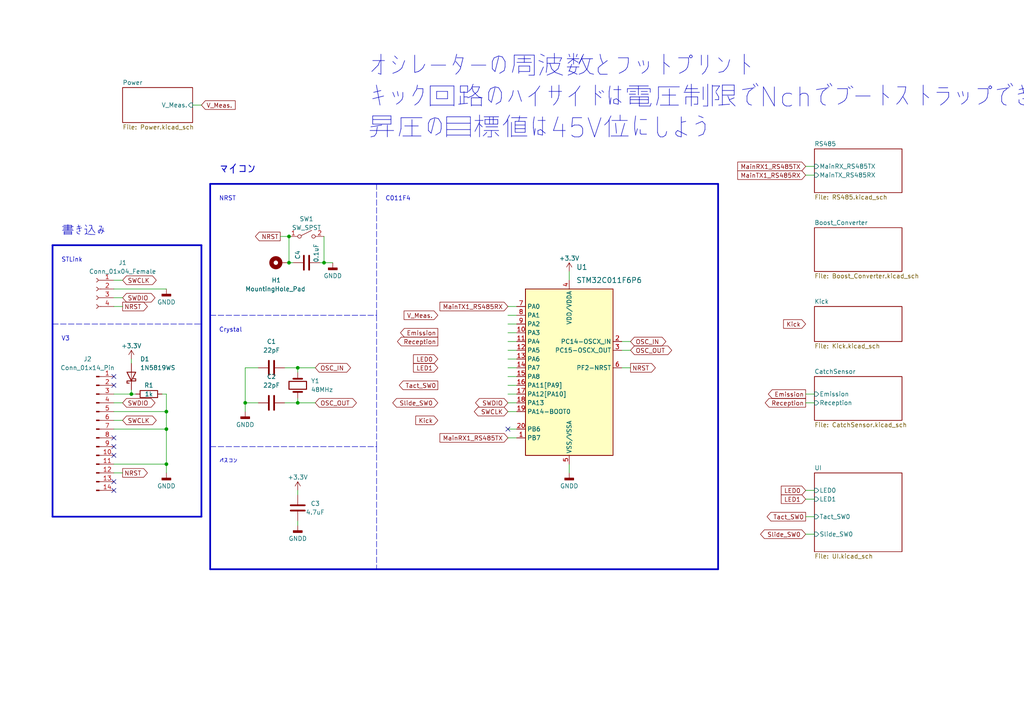
<source format=kicad_sch>
(kicad_sch (version 20230121) (generator eeschema)
  (paper "A4")
  (lib_symbols
    (symbol "Connector:Conn_01x04_Female" (pin_names (offset 1.016) hide)
      (property "Reference" "J" (at 0 5.08 0))
      (property "Value" "Conn_01x04_Female" (at 0 -7.62 0))
      (symbol "Conn_01x04_Female_1_1"
        (arc (start 0 -4.572) (mid -0.5058 -5.08) (end 0 -5.588) (stroke (width 0.1524)))
        (arc (start 0 -2.032) (mid -0.5058 -2.54) (end 0 -3.048) (stroke (width 0.1524)))
        (polyline (pts (xy -1.27 -5.08) (xy -0.508 -5.08)) (stroke (width 0.1524)))
        (polyline (pts (xy -1.27 -2.54) (xy -0.508 -2.54)) (stroke (width 0.1524)))
        (polyline (pts (xy -1.27 0) (xy -0.508 0)) (stroke (width 0.1524)))
        (polyline (pts (xy -1.27 2.54) (xy -0.508 2.54)) (stroke (width 0.1524)))
        (arc (start 0 0.508) (mid -0.5058 0) (end 0 -0.508) (stroke (width 0.1524)))
        (arc (start 0 3.048) (mid -0.5058 2.54) (end 0 2.032) (stroke (width 0.1524)))
        (pin passive line (at -5.08 2.54 0) (length 3.81) (name "Pin_1") (number "1"))
        (pin passive line (at -5.08 0 0) (length 3.81) (name "Pin_2") (number "2"))
        (pin passive line (at -5.08 -2.54 0) (length 3.81) (name "Pin_3") (number "3"))
        (pin passive line (at -5.08 -5.08 0) (length 3.81) (name "Pin_4") (number "4"))
      )
    )
    (symbol "Connector:Conn_01x14_Pin" (pin_names (offset 1.016) hide)
      (property "Reference" "J" (at 0 17.78 0))
      (property "Value" "Conn_01x14_Pin" (at 0 -20.32 0))
      (symbol "Conn_01x14_Pin_1_1"
        (polyline (pts (xy 1.27 -17.78) (xy 0.8636 -17.78)) (stroke (width 0.1524)))
        (polyline (pts (xy 1.27 -15.24) (xy 0.8636 -15.24)) (stroke (width 0.1524)))
        (polyline (pts (xy 1.27 -12.7) (xy 0.8636 -12.7)) (stroke (width 0.1524)))
        (polyline (pts (xy 1.27 -10.16) (xy 0.8636 -10.16)) (stroke (width 0.1524)))
        (polyline (pts (xy 1.27 -7.62) (xy 0.8636 -7.62)) (stroke (width 0.1524)))
        (polyline (pts (xy 1.27 -5.08) (xy 0.8636 -5.08)) (stroke (width 0.1524)))
        (polyline (pts (xy 1.27 -2.54) (xy 0.8636 -2.54)) (stroke (width 0.1524)))
        (polyline (pts (xy 1.27 0) (xy 0.8636 0)) (stroke (width 0.1524)))
        (polyline (pts (xy 1.27 2.54) (xy 0.8636 2.54)) (stroke (width 0.1524)))
        (polyline (pts (xy 1.27 5.08) (xy 0.8636 5.08)) (stroke (width 0.1524)))
        (polyline (pts (xy 1.27 7.62) (xy 0.8636 7.62)) (stroke (width 0.1524)))
        (polyline (pts (xy 1.27 10.16) (xy 0.8636 10.16)) (stroke (width 0.1524)))
        (polyline (pts (xy 1.27 12.7) (xy 0.8636 12.7)) (stroke (width 0.1524)))
        (polyline (pts (xy 1.27 15.24) (xy 0.8636 15.24)) (stroke (width 0.1524)))
        (rectangle (start 0.8636 -17.653) (end 0 -17.907) (stroke (width 0.1524)) (fill (type outline)))
        (rectangle (start 0.8636 -15.113) (end 0 -15.367) (stroke (width 0.1524)) (fill (type outline)))
        (rectangle (start 0.8636 -12.573) (end 0 -12.827) (stroke (width 0.1524)) (fill (type outline)))
        (rectangle (start 0.8636 -10.033) (end 0 -10.287) (stroke (width 0.1524)) (fill (type outline)))
        (rectangle (start 0.8636 -7.493) (end 0 -7.747) (stroke (width 0.1524)) (fill (type outline)))
        (rectangle (start 0.8636 -4.953) (end 0 -5.207) (stroke (width 0.1524)) (fill (type outline)))
        (rectangle (start 0.8636 -2.413) (end 0 -2.667) (stroke (width 0.1524)) (fill (type outline)))
        (rectangle (start 0.8636 0.127) (end 0 -0.127) (stroke (width 0.1524)) (fill (type outline)))
        (rectangle (start 0.8636 2.667) (end 0 2.413) (stroke (width 0.1524)) (fill (type outline)))
        (rectangle (start 0.8636 5.207) (end 0 4.953) (stroke (width 0.1524)) (fill (type outline)))
        (rectangle (start 0.8636 7.747) (end 0 7.493) (stroke (width 0.1524)) (fill (type outline)))
        (rectangle (start 0.8636 10.287) (end 0 10.033) (stroke (width 0.1524)) (fill (type outline)))
        (rectangle (start 0.8636 12.827) (end 0 12.573) (stroke (width 0.1524)) (fill (type outline)))
        (rectangle (start 0.8636 15.367) (end 0 15.113) (stroke (width 0.1524)) (fill (type outline)))
        (pin passive line (at 5.08 15.24 180) (length 3.81) (name "Pin_1") (number "1"))
        (pin passive line (at 5.08 -7.62 180) (length 3.81) (name "Pin_10") (number "10"))
        (pin passive line (at 5.08 -10.16 180) (length 3.81) (name "Pin_11") (number "11"))
        (pin passive line (at 5.08 -12.7 180) (length 3.81) (name "Pin_12") (number "12"))
        (pin passive line (at 5.08 -15.24 180) (length 3.81) (name "Pin_13") (number "13"))
        (pin passive line (at 5.08 -17.78 180) (length 3.81) (name "Pin_14") (number "14"))
        (pin passive line (at 5.08 12.7 180) (length 3.81) (name "Pin_2") (number "2"))
        (pin passive line (at 5.08 10.16 180) (length 3.81) (name "Pin_3") (number "3"))
        (pin passive line (at 5.08 7.62 180) (length 3.81) (name "Pin_4") (number "4"))
        (pin passive line (at 5.08 5.08 180) (length 3.81) (name "Pin_5") (number "5"))
        (pin passive line (at 5.08 2.54 180) (length 3.81) (name "Pin_6") (number "6"))
        (pin passive line (at 5.08 0 180) (length 3.81) (name "Pin_7") (number "7"))
        (pin passive line (at 5.08 -2.54 180) (length 3.81) (name "Pin_8") (number "8"))
        (pin passive line (at 5.08 -5.08 180) (length 3.81) (name "Pin_9") (number "9"))
      )
    )
    (symbol "D_Schottky_3" (pin_numbers hide) (pin_names (offset 1.016) hide)
      (property "Reference" "D" (at 0 2.54 0))
      (property "Value" "D_Schottky_3" (at 0 -2.54 0))
      (symbol "D_Schottky_3_0_1"
        (polyline (pts (xy 1.27 0) (xy -1.27 0)))
        (polyline (pts (xy 1.27 1.27) (xy 1.27 -1.27) (xy -1.27 0) (xy 1.27 1.27)) (stroke (width 0.254)))
        (polyline (pts (xy -1.905 0.635) (xy -1.905 1.27) (xy -1.27 1.27) (xy -1.27 -1.27) (xy -0.635 -1.27) (xy -0.635 -0.635)) (stroke (width 0.254)))
      )
      (symbol "D_Schottky_3_1_1"
        (pin passive line (at -3.81 0 0) (length 2.54) (name "K") (number "1"))
        (pin passive line (at 3.81 0 180) (length 2.54) (name "A") (number "2"))
      )
    )
    (symbol "Device:C" (pin_numbers hide) (pin_names (offset 0.254))
      (property "Reference" "C" (at 0.635 2.54 0))
      (property "Value" "C" (at 0.635 -2.54 0))
      (symbol "C_0_1"
        (polyline (pts (xy -2.032 -0.762) (xy 2.032 -0.762)) (stroke (width 0.508)))
        (polyline (pts (xy -2.032 0.762) (xy 2.032 0.762)) (stroke (width 0.508)))
      )
      (symbol "C_1_1"
        (pin passive line (at 0 3.81 270) (length 2.794) (name "~") (number "1"))
        (pin passive line (at 0 -3.81 90) (length 2.794) (name "~") (number "2"))
      )
    )
    (symbol "Device:Crystal" (pin_numbers hide) (pin_names (offset 1.016) hide)
      (property "Reference" "Y" (at 0 3.81 0))
      (property "Value" "Crystal" (at 0 -3.81 0))
      (symbol "Crystal_0_1"
        (rectangle (start -1.143 2.54) (end 1.143 -2.54) (stroke (width 0.3048)))
        (polyline (pts (xy -2.54 0) (xy -1.905 0)))
        (polyline (pts (xy -1.905 -1.27) (xy -1.905 1.27)) (stroke (width 0.508)))
        (polyline (pts (xy 1.905 -1.27) (xy 1.905 1.27)) (stroke (width 0.508)))
        (polyline (pts (xy 2.54 0) (xy 1.905 0)))
      )
      (symbol "Crystal_1_1"
        (pin passive line (at -3.81 0 0) (length 1.27) (name "1") (number "1"))
        (pin passive line (at 3.81 0 180) (length 1.27) (name "2") (number "2"))
      )
    )
    (symbol "Device:R" (pin_numbers hide) (pin_names (offset 0))
      (property "Reference" "R" (at 2.032 0 90))
      (property "Value" "R" (at 0 0 90))
      (symbol "R_0_1"
        (rectangle (start -1.016 -2.54) (end 1.016 2.54) (stroke (width 0.254)))
      )
      (symbol "R_1_1"
        (pin passive line (at 0 3.81 270) (length 1.27) (name "~") (number "1"))
        (pin passive line (at 0 -3.81 90) (length 1.27) (name "~") (number "2"))
      )
    )
    (symbol "Mechanical:MountingHole_Pad" (pin_numbers hide) (pin_names (offset 1.016) hide)
      (property "Reference" "H" (at 0 6.35 0))
      (property "Value" "MountingHole_Pad" (at 0 4.445 0))
      (symbol "MountingHole_Pad_0_1"
        (circle (center 0 1.27) (radius 1.27) (stroke (width 1.27)))
      )
      (symbol "MountingHole_Pad_1_1"
        (pin input line (at 0 -2.54 90) (length 2.54) (name "1") (number "1"))
      )
    )
    (symbol "STM32C011F4P6:STM32C011F4P6"
      (property "Reference" "U" (at 12.7 27.94 0))
      (property "Value" "STM32C011F4P6" (at 12.7 25.4 0))
      (symbol "STM32C011F4P6_0_1"
        (rectangle (start -12.7 22.86) (end 12.7 -25.4) (stroke (width 0.254)) (fill (type background)))
        (pin bidirectional line (at -15.24 -20.32 0) (length 2.54) (name "PB7") (number "1"))
        (pin bidirectional line (at -15.24 10.16 0) (length 2.54) (name "PA3") (number "10"))
        (pin bidirectional line (at -15.24 7.62 0) (length 2.54) (name "PA4") (number "11"))
        (pin bidirectional line (at -15.24 5.08 0) (length 2.54) (name "PA5") (number "12"))
        (pin bidirectional line (at -15.24 2.54 0) (length 2.54) (name "PA6") (number "13"))
        (pin bidirectional line (at -15.24 0 0) (length 2.54) (name "PA7") (number "14"))
        (pin bidirectional line (at -15.24 -2.54 0) (length 2.54) (name "PA8") (number "15"))
        (pin bidirectional line (at -15.24 -5.08 0) (length 2.54) (name "PA11[PA9]") (number "16"))
        (pin bidirectional line (at -15.24 -7.62 0) (length 2.54) (name "PA12[PA10]") (number "17"))
        (pin bidirectional line (at -15.24 -10.16 0) (length 2.54) (name "PA13") (number "18"))
        (pin bidirectional line (at -15.24 -12.7 0) (length 2.54) (name "PA14-BOOT0") (number "19"))
        (pin bidirectional line (at 15.24 7.62 180) (length 2.54) (name "PC14-OSCX_IN") (number "2"))
        (pin bidirectional line (at -15.24 -17.78 0) (length 2.54) (name "PB6") (number "20"))
        (pin bidirectional line (at 15.24 5.08 180) (length 2.54) (name "PC15-OSCX_OUT") (number "3"))
        (pin power_in line (at 0 25.4 270) (length 2.54) (name "VDD/VDDA") (number "4"))
        (pin power_in line (at 0 -27.94 90) (length 2.54) (name "VSS/VSSA") (number "5"))
        (pin bidirectional line (at 15.24 0 180) (length 2.54) (name "PF2-NRST") (number "6"))
        (pin bidirectional line (at -15.24 17.78 0) (length 2.54) (name "PA0") (number "7"))
        (pin bidirectional line (at -15.24 15.24 0) (length 2.54) (name "PA1") (number "8"))
        (pin bidirectional line (at -15.24 12.7 0) (length 2.54) (name "PA2") (number "9"))
      )
    )
    (symbol "Switch:SW_SPST" (pin_names (offset 0) hide)
      (property "Reference" "SW" (at 0 3.175 0))
      (property "Value" "SW_SPST" (at 0 -2.54 0))
      (symbol "SW_SPST_0_0"
        (circle (center -2.032 0) (radius 0.508))
        (polyline (pts (xy -1.524 0.254) (xy 1.524 1.778)))
        (circle (center 2.032 0) (radius 0.508))
      )
      (symbol "SW_SPST_1_1"
        (pin passive line (at -5.08 0 0) (length 2.54) (name "A") (number "1"))
        (pin passive line (at 5.08 0 180) (length 2.54) (name "B") (number "2"))
      )
    )
    (symbol "power:+3.3V" (power) (pin_names (offset 0))
      (property "Value" "+3.3V" (at 0 3.556 0))
      (symbol "+3.3V_0_1"
        (polyline (pts (xy -0.762 1.27) (xy 0 2.54)))
        (polyline (pts (xy 0 0) (xy 0 2.54)))
        (polyline (pts (xy 0 2.54) (xy 0.762 1.27)))
      )
      (symbol "+3.3V_1_1"
        (pin power_in line (at 0 0 90) (length 0) hide (name "+3.3V") (number "1"))
      )
    )
    (symbol "power:GNDD" (power) (pin_names (offset 0))
      (property "Value" "GNDD" (at 0 -3.175 0))
      (symbol "GNDD_0_1"
        (rectangle (start -1.27 -1.524) (end 1.27 -2.032) (stroke (width 0.254)) (fill (type outline)))
        (polyline (pts (xy 0 0) (xy 0 -1.524)))
      )
      (symbol "GNDD_1_1"
        (pin power_in line (at 0 0 270) (length 0) hide (name "GNDD") (number "1"))
      )
    )
  )
  (junction (at 93.98 76.2))
  (junction (at 86.36 116.84))
  (junction (at 48.26 124.46))
  (junction (at 83.82 68.58))
  (junction (at 83.82 76.2))
  (junction (at 48.26 119.38))
  (junction (at 71.12 116.84))
  (junction (at 48.26 134.62))
  (junction (at 38.1 114.3))
  (junction (at 86.36 106.68))
  (no_connect (at 33.02 132.08))
  (no_connect (at 33.02 109.22))
  (no_connect (at 33.02 127))
  (no_connect (at 33.02 111.76))
  (no_connect (at 147.32 124.46))
  (no_connect (at 33.02 142.24))
  (no_connect (at 33.02 129.54))
  (no_connect (at 33.02 139.7))
  (wire (pts (xy 81.28 68.58) (xy 83.82 68.58)))
  (wire (pts (xy 233.68 50.8) (xy 236.22 50.8)))
  (wire (pts (xy 71.12 116.84) (xy 74.93 116.84)))
  (wire (pts (xy 147.32 99.06) (xy 149.86 99.06)))
  (polyline (pts (xy 208.28 165.1) (xy 208.28 53.34)) (stroke (width 0.5) (type solid)))
  (wire (pts (xy 93.98 76.2) (xy 96.52 76.2)))
  (wire (pts (xy 233.68 149.86) (xy 236.22 149.86)))
  (polyline (pts (xy 15.24 93.98) (xy 58.42 93.98)) (stroke (width 0) (type dash)))
  (wire (pts (xy 233.68 154.94) (xy 236.22 154.94)))
  (wire (pts (xy 48.26 134.62) (xy 48.26 124.46)))
  (wire (pts (xy 33.02 88.9) (xy 35.56 88.9)))
  (wire (pts (xy 83.82 68.58) (xy 83.82 76.2)))
  (polyline (pts (xy 58.42 71.12) (xy 58.42 149.86)) (stroke (width 0.5) (type solid)))
  (wire (pts (xy 33.02 121.92) (xy 35.56 121.92)))
  (wire (pts (xy 147.32 109.22) (xy 149.86 109.22)))
  (wire (pts (xy 147.32 127) (xy 149.86 127)))
  (wire (pts (xy 147.32 91.44) (xy 149.86 91.44)))
  (polyline (pts (xy 60.96 165.1) (xy 208.28 165.1)) (stroke (width 0.5) (type solid)))
  (polyline (pts (xy 109.22 91.44) (xy 109.22 129.54)) (stroke (width 0) (type dash)))
  (wire (pts (xy 33.02 137.16) (xy 35.56 137.16)))
  (wire (pts (xy 86.36 142.24) (xy 86.36 143.51)))
  (wire (pts (xy 147.32 93.98) (xy 149.86 93.98)))
  (wire (pts (xy 38.1 114.3) (xy 33.02 114.3)))
  (wire (pts (xy 86.36 106.68) (xy 86.36 107.95)))
  (polyline (pts (xy 109.22 129.54) (xy 109.22 165.1)) (stroke (width 0) (type dash)))
  (polyline (pts (xy 109.22 53.34) (xy 109.22 91.44)) (stroke (width 0) (type dash)))
  (wire (pts (xy 233.68 116.84) (xy 236.22 116.84)))
  (wire (pts (xy 147.32 101.6) (xy 149.86 101.6)))
  (wire (pts (xy 33.02 119.38) (xy 48.26 119.38)))
  (wire (pts (xy 33.02 124.46) (xy 48.26 124.46)))
  (wire (pts (xy 82.55 106.68) (xy 86.36 106.68)))
  (wire (pts (xy 86.36 116.84) (xy 91.44 116.84)))
  (wire (pts (xy 147.32 116.84) (xy 149.86 116.84)))
  (wire (pts (xy 71.12 116.84) (xy 71.12 119.38)))
  (wire (pts (xy 33.02 86.36) (xy 35.56 86.36)))
  (polyline (pts (xy 15.24 71.12) (xy 58.42 71.12)) (stroke (width 0.5) (type solid)))
  (wire (pts (xy 233.68 142.24) (xy 236.22 142.24)))
  (wire (pts (xy 74.93 106.68) (xy 71.12 106.68)))
  (wire (pts (xy 38.1 113.03) (xy 38.1 114.3)))
  (polyline (pts (xy 15.24 71.12) (xy 15.24 149.86)) (stroke (width 0.5) (type solid)))
  (wire (pts (xy 165.1 78.74) (xy 165.1 81.28)))
  (wire (pts (xy 147.32 114.3) (xy 149.86 114.3)))
  (wire (pts (xy 147.32 119.38) (xy 149.86 119.38)))
  (wire (pts (xy 48.26 114.3) (xy 48.26 119.38)))
  (wire (pts (xy 147.32 88.9) (xy 149.86 88.9)))
  (wire (pts (xy 86.36 151.13) (xy 86.36 152.4)))
  (wire (pts (xy 147.32 106.68) (xy 149.86 106.68)))
  (wire (pts (xy 48.26 137.16) (xy 48.26 134.62)))
  (wire (pts (xy 93.98 76.2) (xy 92.71 76.2)))
  (wire (pts (xy 48.26 124.46) (xy 48.26 119.38)))
  (wire (pts (xy 71.12 106.68) (xy 71.12 116.84)))
  (wire (pts (xy 86.36 106.68) (xy 91.44 106.68)))
  (wire (pts (xy 165.1 134.62) (xy 165.1 137.16)))
  (wire (pts (xy 180.34 106.68) (xy 182.88 106.68)))
  (polyline (pts (xy 60.96 53.34) (xy 60.96 165.1)) (stroke (width 0.5) (type solid)))
  (wire (pts (xy 233.68 48.26) (xy 236.22 48.26)))
  (wire (pts (xy 147.32 104.14) (xy 149.86 104.14)))
  (wire (pts (xy 86.36 115.57) (xy 86.36 116.84)))
  (wire (pts (xy 180.34 101.6) (xy 182.88 101.6)))
  (wire (pts (xy 147.32 111.76) (xy 149.86 111.76)))
  (polyline (pts (xy 60.96 129.54) (xy 109.22 129.54)) (stroke (width 0) (type dash)))
  (wire (pts (xy 55.88 30.48) (xy 58.42 30.48)))
  (wire (pts (xy 33.02 83.82) (xy 48.26 83.82)))
  (wire (pts (xy 38.1 104.14) (xy 38.1 105.41)))
  (wire (pts (xy 233.68 114.3) (xy 236.22 114.3)))
  (wire (pts (xy 233.68 144.78) (xy 236.22 144.78)))
  (wire (pts (xy 93.98 68.58) (xy 93.98 76.2)))
  (polyline (pts (xy 15.24 149.86) (xy 58.42 149.86)) (stroke (width 0.5) (type solid)))
  (wire (pts (xy 33.02 81.28) (xy 35.56 81.28)))
  (wire (pts (xy 33.02 116.84) (xy 35.56 116.84)))
  (polyline (pts (xy 60.96 53.34) (xy 208.28 53.34)) (stroke (width 0.5) (type solid)))
  (wire (pts (xy 33.02 134.62) (xy 48.26 134.62)))
  (wire (pts (xy 147.32 96.52) (xy 149.86 96.52)))
  (wire (pts (xy 38.1 114.3) (xy 39.37 114.3)))
  (polyline (pts (xy 60.96 91.44) (xy 109.22 91.44)) (stroke (width 0) (type dash)))
  (wire (pts (xy 46.99 114.3) (xy 48.26 114.3)))
  (wire (pts (xy 180.34 99.06) (xy 182.88 99.06)))
  (wire (pts (xy 82.55 116.84) (xy 86.36 116.84)))
  (wire (pts (xy 147.32 124.46) (xy 149.86 124.46)))
  (wire (pts (xy 83.82 76.2) (xy 85.09 76.2)))
  (text "STLink" (at 17.78 76.2 0) (effects (font (size 1.27 1.27)) (justify left bottom)))
  (text "オシレーターの周波数とフットプリント\nキック回路のハイサイドは電圧制限でNchでブートストラップできない問題\n昇圧の目標値は45V位にしよう" (at 106.68 40.64 0) (effects (font (size 5.56 5.56)) (justify left bottom)))
  (text "書き込み" (at 17.78 68.58 0) (effects (font (size 2.54 2.54)) (justify left bottom)))
  (text "マイコン" (at 63.5 50.8 0) (effects (font (size 2.54 2.54) (thickness 0.254) bold) (justify left bottom)))
  (text "C011F4" (at 111.76 58.42 0) (effects (font (size 1.27 1.27)) (justify left bottom)))
  (text "NRST" (at 63.5 58.42 0) (effects (font (size 1.27 1.27)) (justify left bottom)))
  (text "Crystal" (at 63.5 96.52 0) (effects (font (size 1.27 1.27)) (justify left bottom)))
  (text "V3" (at 17.78 99.06 0) (effects (font (size 1.27 1.27)) (justify left bottom)))
  (text "パスコン" (at 63.5 134.62 0) (effects (font (size 1.27 1.27)) (justify left bottom)))
  (global_label "NRST" (shape output) (at 35.56 137.16 0) (property "Intersheetrefs" "${INTERSHEET_REFS}" (effects hide)))
  (global_label "NRST" (shape output) (at 35.56 88.9 0) (property "Intersheetrefs" "${INTERSHEET_REFS}" (effects hide)))
  (global_label "Emission" (shape output) (at 233.68 114.3 180) (property "Intersheetrefs" "${INTERSHEET_REFS}" (effects hide)))
  (global_label "NRST" (shape output) (at 182.88 106.68 0) (property "Intersheetrefs" "${INTERSHEET_REFS}" (effects hide)))
  (global_label "MainRX1_RS485TX" (shape input) (at 147.32 127 180) (property "Intersheetrefs" "${INTERSHEET_REFS}" (effects hide)))
  (global_label "LED0" (shape input) (at 127 104.14 180) (property "Intersheetrefs" "${INTERSHEET_REFS}" (effects hide)))
  (global_label "SWDIO" (shape bidirectional) (at 147.32 116.84 180) (property "Intersheetrefs" "${INTERSHEET_REFS}" (effects hide)))
  (global_label "SWCLK" (shape bidirectional) (at 35.56 121.92 0) (property "Intersheetrefs" "${INTERSHEET_REFS}" (effects hide)))
  (global_label "Reception" (shape output) (at 233.68 116.84 180) (property "Intersheetrefs" "${INTERSHEET_REFS}" (effects hide)))
  (global_label "LED0" (shape input) (at 233.68 142.24 180) (property "Intersheetrefs" "${INTERSHEET_REFS}" (effects hide)))
  (global_label "Slide_SW0" (shape bidirectional) (at 127 116.84 180) (property "Intersheetrefs" "${INTERSHEET_REFS}" (effects hide)))
  (global_label "OSC_OUT" (shape bidirectional) (at 182.88 101.6 0) (property "Intersheetrefs" "${INTERSHEET_REFS}" (effects hide)))
  (global_label "Kick" (shape input) (at 233.68 93.98 180) (property "Intersheetrefs" "${INTERSHEET_REFS}" (effects hide)))
  (global_label "MainTX1_RS485RX" (shape input) (at 233.68 50.8 180) (property "Intersheetrefs" "${INTERSHEET_REFS}" (effects hide)))
  (global_label "Reception" (shape output) (at 127 99.06 180) (property "Intersheetrefs" "${INTERSHEET_REFS}" (effects hide)))
  (global_label "NRST" (shape output) (at 81.28 68.58 180) (property "Intersheetrefs" "${INTERSHEET_REFS}" (effects hide)))
  (global_label "LED1" (shape input) (at 127 106.68 180) (property "Intersheetrefs" "${INTERSHEET_REFS}" (effects hide)))
  (global_label "V_Meas." (shape input) (at 127 91.44 180) (property "Intersheetrefs" "${INTERSHEET_REFS}" (effects hide)))
  (global_label "SWCLK" (shape bidirectional) (at 35.56 81.28 0) (property "Intersheetrefs" "${INTERSHEET_REFS}" (effects hide)))
  (global_label "SWCLK" (shape bidirectional) (at 147.32 119.38 180) (property "Intersheetrefs" "${INTERSHEET_REFS}" (effects hide)))
  (global_label "Emission" (shape output) (at 127 96.52 180) (property "Intersheetrefs" "${INTERSHEET_REFS}" (effects hide)))
  (global_label "OSC_IN" (shape bidirectional) (at 182.88 99.06 0) (property "Intersheetrefs" "${INTERSHEET_REFS}" (effects hide)))
  (global_label "LED1" (shape input) (at 233.68 144.78 180) (property "Intersheetrefs" "${INTERSHEET_REFS}" (effects hide)))
  (global_label "SWDIO" (shape bidirectional) (at 35.56 86.36 0) (property "Intersheetrefs" "${INTERSHEET_REFS}" (effects hide)))
  (global_label "Slide_SW0" (shape bidirectional) (at 233.68 154.94 180) (property "Intersheetrefs" "${INTERSHEET_REFS}" (effects hide)))
  (global_label "Tact_SW0" (shape output) (at 127 111.76 180) (property "Intersheetrefs" "${INTERSHEET_REFS}" (effects hide)))
  (global_label "V_Meas." (shape input) (at 58.42 30.48 0) (property "Intersheetrefs" "${INTERSHEET_REFS}" (effects hide)))
  (global_label "OSC_IN" (shape bidirectional) (at 91.44 106.68 0) (property "Intersheetrefs" "${INTERSHEET_REFS}" (effects hide)))
  (global_label "SWDIO" (shape bidirectional) (at 35.56 116.84 0) (property "Intersheetrefs" "${INTERSHEET_REFS}" (effects hide)))
  (global_label "MainTX1_RS485RX" (shape input) (at 147.32 88.9 180) (property "Intersheetrefs" "${INTERSHEET_REFS}" (effects hide)))
  (global_label "Tact_SW0" (shape output) (at 233.68 149.86 180) (property "Intersheetrefs" "${INTERSHEET_REFS}" (effects hide)))
  (global_label "MainRX1_RS485TX" (shape input) (at 233.68 48.26 180) (property "Intersheetrefs" "${INTERSHEET_REFS}" (effects hide)))
  (global_label "Kick" (shape input) (at 127 121.92 180) (property "Intersheetrefs" "${INTERSHEET_REFS}" (effects hide)))
  (global_label "OSC_OUT" (shape bidirectional) (at 91.44 116.84 0) (property "Intersheetrefs" "${INTERSHEET_REFS}" (effects hide)))
  (symbol (lib_id "power:GNDD") (at 48.26 83.82 0) (unit 1)
    (property "Reference" "#PWR02" (effects hide))
    (property "Value" "GNDD" (at 48.26 87.63 0))
  )
  (symbol (lib_id "Device:C") (at 86.36 147.32 180) (unit 1)
    (property "Reference" "C3" (at 91.44 146.05 0))
    (property "Value" "4.7uF" (at 91.44 148.59 0))
    (property "Footprint" "Capacitor_SMD:C_0603_1608Metric" (effects hide))
  )
  (symbol (lib_id "power:GNDD") (at 165.1 137.16 0) (unit 1)
    (property "Reference" "#PWR09" (effects hide))
    (property "Value" "GNDD" (at 165.1 140.97 0))
  )
  (symbol (lib_id "Connector:Conn_01x04_Female") (at 27.94 83.82 0) (mirror y) (unit 1)
    (property "Reference" "J1" (at 35.56 76.2 0))
    (property "Value" "Conn_01x04_Female" (at 35.56 78.74 0))
    (property "Footprint" "Connector_PinHeader_2.54mm:PinHeader_1x04_P2.54mm_Vertical" (effects hide))
  )
  (symbol (lib_id "power:GNDD") (at 71.12 119.38 0) (unit 1)
    (property "Reference" "#PWR04" (effects hide))
    (property "Value" "GNDD" (at 71.12 123.19 0))
  )
  (symbol (lib_name "D_Schottky_3") (lib_id "Device:D_Schottky") (at 38.1 109.22 90) (unit 1)
    (property "Reference" "D1" (at 40.64 104.14 90) (effects (justify right)))
    (property "Value" "1N5819WS" (at 40.64 106.68 90) (effects (justify right)))
    (property "Footprint" "Diode_SMD:D_SOD-323_HandSoldering" (effects hide))
  )
  (symbol (lib_id "Device:C") (at 78.74 116.84 90) (unit 1)
    (property "Reference" "C2" (at 78.74 109.22 90))
    (property "Value" "22pF" (at 78.74 111.76 90))
    (property "Footprint" "Capacitor_SMD:C_0603_1608Metric" (effects hide))
  )
  (symbol (lib_id "power:GNDD") (at 86.36 152.4 0) (unit 1)
    (property "Reference" "#PWR06" (effects hide))
    (property "Value" "GNDD" (at 86.36 156.21 0))
  )
  (symbol (lib_id "Device:R") (at 43.18 114.3 90) (mirror x) (unit 1)
    (property "Reference" "R1" (at 43.18 111.76 90))
    (property "Value" "1k" (at 43.18 114.3 90))
    (property "Footprint" "Resistor_SMD:R_0402_1005Metric" (effects hide))
  )
  (symbol (lib_id "Connector:Conn_01x14_Pin") (at 27.94 124.46 0) (unit 1)
    (property "Reference" "J2" (at 25.4 104.14 0))
    (property "Value" "Conn_01x14_Pin" (at 25.4 106.68 0))
    (property "Footprint" "MyLibrary:BoxHeader_2x07_P1.27mm_Horizontal" (effects hide))
  )
  (symbol (lib_id "power:GNDD") (at 48.26 137.16 0) (unit 1)
    (property "Reference" "#PWR03" (effects hide))
    (property "Value" "GNDD" (at 48.26 140.97 0))
  )
  (symbol (lib_id "Mechanical:MountingHole_Pad") (at 81.28 76.2 90) (unit 1)
    (property "Reference" "H1" (at 78.74 81.28 90) (effects (justify right)))
    (property "Value" "MountingHole_Pad" (at 71.12 83.82 90) (effects (justify right)))
    (property "Footprint" "TestPoint:TestPoint_Pad_1.5x1.5mm" (effects hide))
  )
  (symbol (lib_id "power:+3.3V") (at 165.1 78.74 0) (unit 1)
    (property "Reference" "#PWR08" (effects hide))
    (property "Value" "+3.3V" (at 165.1 74.93 0))
  )
  (symbol (lib_id "Device:C") (at 88.9 76.2 90) (unit 1)
    (property "Reference" "C4" (at 86.36 73.914 0))
    (property "Value" "0.1uF" (at 91.694 73.406 0))
    (property "Footprint" "Capacitor_SMD:C_0402_1005Metric" (effects hide))
  )
  (symbol (lib_id "Device:C") (at 78.74 106.68 90) (unit 1)
    (property "Reference" "C1" (at 78.74 99.06 90))
    (property "Value" "22pF" (at 78.74 101.6 90))
    (property "Footprint" "Capacitor_SMD:C_0603_1608Metric" (effects hide))
  )
  (symbol (lib_id "STM32C011F4P6:STM32C011F4P6") (at 165.1 106.68 0) (unit 1)
    (property "Reference" "U1" (at 167.1194 77.47 0) (effects (font (size 1.524 1.524)) (justify left)))
    (property "Value" "STM32C011F6P6" (at 167.1194 81.28 0) (effects (font (size 1.524 1.524)) (justify left)))
    (property "Footprint" "Package_SO:TSSOP-20_4.4x6.5mm_P0.65mm" (effects hide))
    (property "Datasheet" "STM32C011F4P6" (effects hide))
  )
  (symbol (lib_id "Switch:SW_SPST") (at 88.9 68.58 0) (unit 1)
    (property "Reference" "SW1" (at 88.9 63.5 0))
    (property "Value" "SW_SPST" (at 88.9 66.04 0))
    (property "Footprint" "Button_Switch_SMD:SW_SPST_Omron_B3FS-100xP" (effects hide))
  )
  (symbol (lib_id "power:GNDD") (at 96.52 76.2 0) (unit 1)
    (property "Reference" "#PWR07" (effects hide))
    (property "Value" "GNDD" (at 96.52 80.01 0))
  )
  (symbol (lib_id "power:+3.3V") (at 38.1 104.14 0) (unit 1)
    (property "Reference" "#PWR01" (effects hide))
    (property "Value" "+3.3V" (at 38.1 100.33 0))
  )
  (symbol (lib_id "Device:Crystal") (at 86.36 111.76 90) (unit 1)
    (property "Reference" "Y1" (at 90.17 110.4899 90) (effects (justify right)))
    (property "Value" "48MHz" (at 90.17 113.0299 90) (effects (justify right)))
    (property "Footprint" "Crystal:Crystal_SMD_HC49-SD" (effects hide))
  )
  (symbol (lib_id "power:+3.3V") (at 86.36 142.24 0) (unit 1)
    (property "Reference" "#PWR05" (effects hide))
    (property "Value" "+3.3V" (at 86.36 138.43 0))
  )
  (sheet (at 236.22 43.18) (size 25.4 12.7) (stroke (width 0.1524))
    (property "Sheetname" "RS485" (at 236.22 42.4684 0) (effects (justify left bottom)))
    (property "Sheetfile" "RS485.kicad_sch" (at 236.22 56.4646 0) (effects (justify left top)))
    (pin "MainTX_RS485RX" input (at 236.22 50.8 180))
    (pin "MainRX_RS485TX" input (at 236.22 48.26 180))
  )
  (sheet (at 236.22 66.04) (size 25.4 12.7) (stroke (width 0.1524))
    (property "Sheetname" "Boost_Converter" (at 236.22 65.3284 0) (effects (justify left bottom)))
    (property "Sheetfile" "Boost_Converter.kicad_sch" (at 236.22 79.3246 0) (effects (justify left top)))
  )
  (sheet (at 236.22 109.22) (size 25.4 12.7) (stroke (width 0.1524))
    (property "Sheetname" "CatchSensor" (at 236.22 108.5084 0) (effects (justify left bottom)))
    (property "Sheetfile" "CatchSensor.kicad_sch" (at 236.22 122.5046 0) (effects (justify left top)))
    (pin "Emission" input (at 236.22 114.3 180))
    (pin "Reception" input (at 236.22 116.84 180))
  )
  (sheet (at 35.56 25.4) (size 20.32 10.16) (stroke (width 0.1524))
    (property "Sheetname" "Power" (at 35.56 24.6884 0) (effects (justify left bottom)))
    (property "Sheetfile" "Power.kicad_sch" (at 35.56 36.1446 0) (effects (justify left top)))
    (pin "V_Meas." input (at 55.88 30.48 0))
  )
  (sheet (at 236.22 88.9) (size 25.4 10.16) (stroke (width 0.1524))
    (property "Sheetname" "Kick" (at 236.22 88.1884 0) (effects (justify left bottom)))
    (property "Sheetfile" "Kick.kicad_sch" (at 236.22 99.6446 0) (effects (justify left top)))
  )
  (sheet (at 236.22 137.16) (size 25.4 22.86) (stroke (width 0.1524))
    (property "Sheetname" "UI" (at 236.22 136.4484 0) (effects (justify left bottom)))
    (property "Sheetfile" "UI.kicad_sch" (at 236.22 160.6046 0) (effects (justify left top)))
    (pin "Slide_SW0" input (at 236.22 154.94 180))
    (pin "LED1" input (at 236.22 144.78 180))
    (pin "Tact_SW0" input (at 236.22 149.86 180))
    (pin "LED0" input (at 236.22 142.24 180))
  )
)
</source>
